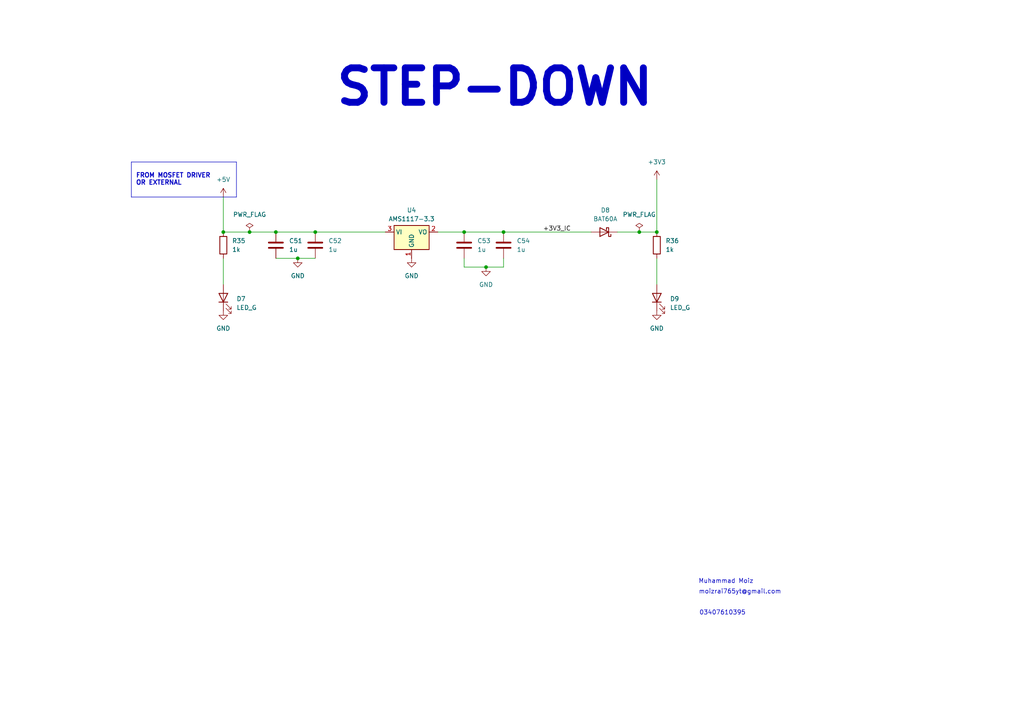
<source format=kicad_sch>
(kicad_sch (version 20231120) (generator "eeschema") (generator_version "8.0")
  (paper "A4")
  (title_block (title "STEP-DOWN") (date "2025-02-03") (rev "rev01_1") (company "coVenture"))
  (lib_symbols
    (symbol "Device:C" (pin_numbers hide) (pin_names (offset 0.254))
      (property "Reference" "C" (at 0.635 2.54 0))
      (property "Value" "C" (at 0.635 -2.54 0))
      (symbol "C_0_1"
        (polyline (pts (xy -2.032 -0.762) (xy 2.032 -0.762)) (stroke (width 0.508)))
        (polyline (pts (xy -2.032 0.762) (xy 2.032 0.762)) (stroke (width 0.508)))
      )
      (symbol "C_1_1"
        (pin passive line (at 0 3.81 270) (length 2.794) (name "~") (number "1"))
        (pin passive line (at 0 -3.81 90) (length 2.794) (name "~") (number "2"))
      )
    )
    (symbol "Device:LED" (pin_numbers hide) (pin_names (offset 1.016) hide)
      (property "Reference" "D" (at 0 2.54 0))
      (property "Value" "LED" (at 0 -2.54 0))
      (symbol "LED_0_1"
        (polyline (pts (xy -1.27 -1.27) (xy -1.27 1.27)) (stroke (width 0.254)))
        (polyline (pts (xy -1.27 0) (xy 1.27 0)))
        (polyline (pts (xy 1.27 -1.27) (xy 1.27 1.27) (xy -1.27 0) (xy 1.27 -1.27)) (stroke (width 0.254)))
        (polyline (pts (xy -3.048 -0.762) (xy -4.572 -2.286) (xy -3.81 -2.286) (xy -4.572 -2.286) (xy -4.572 -1.524)))
        (polyline (pts (xy -1.778 -0.762) (xy -3.302 -2.286) (xy -2.54 -2.286) (xy -3.302 -2.286) (xy -3.302 -1.524)))
      )
      (symbol "LED_1_1"
        (pin passive line (at -3.81 0 0) (length 2.54) (name "K") (number "1"))
        (pin passive line (at 3.81 0 180) (length 2.54) (name "A") (number "2"))
      )
    )
    (symbol "Device:R" (pin_numbers hide) (pin_names (offset 0))
      (property "Reference" "R" (at 2.032 0 90))
      (property "Value" "R" (at 0 0 90))
      (symbol "R_0_1"
        (rectangle (start -1.016 -2.54) (end 1.016 2.54) (stroke (width 0.254)))
      )
      (symbol "R_1_1"
        (pin passive line (at 0 3.81 270) (length 1.27) (name "~") (number "1"))
        (pin passive line (at 0 -3.81 90) (length 1.27) (name "~") (number "2"))
      )
    )
    (symbol "Diode:BAT60A" (pin_numbers hide) (pin_names (offset 1.016) hide)
      (property "Reference" "D" (at 0 2.54 0))
      (property "Value" "BAT60A" (at 0 -2.54 0))
      (symbol "BAT60A_0_1"
        (polyline (pts (xy 1.27 0) (xy -1.27 0)))
        (polyline (pts (xy 1.27 1.27) (xy 1.27 -1.27) (xy -1.27 0) (xy 1.27 1.27)) (stroke (width 0.254)))
        (polyline (pts (xy -1.905 0.635) (xy -1.905 1.27) (xy -1.27 1.27) (xy -1.27 -1.27) (xy -0.635 -1.27) (xy -0.635 -0.635)) (stroke (width 0.254)))
      )
      (symbol "BAT60A_1_1"
        (pin passive line (at -3.81 0 0) (length 2.54) (name "K") (number "1"))
        (pin passive line (at 3.81 0 180) (length 2.54) (name "A") (number "2"))
      )
    )
    (symbol "Regulator_Linear:AMS1117-3.3"
      (property "Reference" "U" (at -3.81 3.175 0))
      (property "Value" "AMS1117-3.3" (at 0 3.175 0))
      (symbol "AMS1117-3.3_0_1"
        (rectangle (start -5.08 -5.08) (end 5.08 1.905) (stroke (width 0.254)) (fill (type background)))
      )
      (symbol "AMS1117-3.3_1_1"
        (pin power_in line (at 0 -7.62 90) (length 2.54) (name "GND") (number "1"))
        (pin power_out line (at 7.62 0 180) (length 2.54) (name "VO") (number "2"))
        (pin power_in line (at -7.62 0 0) (length 2.54) (name "VI") (number "3"))
      )
    )
    (symbol "power:+3V3" (power) (pin_numbers hide) (pin_names (offset 0) hide)
      (property "Value" "+3V3" (at 0 3.556 0))
      (symbol "+3V3_0_1"
        (polyline (pts (xy -0.762 1.27) (xy 0 2.54)))
        (polyline (pts (xy 0 0) (xy 0 2.54)))
        (polyline (pts (xy 0 2.54) (xy 0.762 1.27)))
      )
      (symbol "+3V3_1_1"
        (pin power_in line (at 0 0 90) (length 0) (name "~") (number "1"))
      )
    )
    (symbol "power:+5V" (power) (pin_numbers hide) (pin_names (offset 0) hide)
      (property "Value" "+5V" (at 0 3.556 0))
      (symbol "+5V_0_1"
        (polyline (pts (xy -0.762 1.27) (xy 0 2.54)))
        (polyline (pts (xy 0 0) (xy 0 2.54)))
        (polyline (pts (xy 0 2.54) (xy 0.762 1.27)))
      )
      (symbol "+5V_1_1"
        (pin power_in line (at 0 0 90) (length 0) (name "~") (number "1"))
      )
    )
    (symbol "power:GND" (power) (pin_numbers hide) (pin_names (offset 0) hide)
      (property "Value" "GND" (at 0 -3.81 0))
      (symbol "GND_0_1"
        (polyline (pts (xy 0 0) (xy 0 -1.27) (xy 1.27 -1.27) (xy 0 -2.54) (xy -1.27 -1.27) (xy 0 -1.27)))
      )
      (symbol "GND_1_1"
        (pin power_in line (at 0 0 270) (length 0) (name "~") (number "1"))
      )
    )
    (symbol "power:PWR_FLAG" (power) (pin_numbers hide) (pin_names (offset 0) hide)
      (property "Value" "PWR_FLAG" (at 0 3.81 0))
      (symbol "PWR_FLAG_0_0"
        (pin power_out line (at 0 0 90) (length 0) (name "~") (number "1"))
      )
      (symbol "PWR_FLAG_0_1"
        (polyline (pts (xy 0 0) (xy 0 1.27) (xy -1.016 1.905) (xy 0 2.54) (xy 1.016 1.905) (xy 0 1.27)))
      )
    )
  )
  (junction (at 140.97 77.47))
  (junction (at 72.39 67.31))
  (junction (at 80.01 67.31))
  (junction (at 185.42 67.31))
  (junction (at 190.5 67.31))
  (junction (at 146.05 67.31))
  (junction (at 134.62 67.31))
  (junction (at 86.36 74.93))
  (junction (at 64.77 67.31))
  (junction (at 91.44 67.31))
  (wire (pts (xy 146.05 77.47) (xy 146.05 74.93)))
  (wire (pts (xy 146.05 67.31) (xy 171.45 67.31)))
  (wire (pts (xy 64.77 57.15) (xy 64.77 67.31)))
  (wire (pts (xy 86.36 74.93) (xy 91.44 74.93)))
  (wire (pts (xy 134.62 77.47) (xy 134.62 74.93)))
  (polyline (pts (xy 38.1 46.99) (xy 38.1 57.15)))
  (polyline (pts (xy 68.58 57.15) (xy 68.58 46.99)))
  (wire (pts (xy 134.62 77.47) (xy 140.97 77.47)))
  (wire (pts (xy 127 67.31) (xy 134.62 67.31)))
  (wire (pts (xy 134.62 67.31) (xy 146.05 67.31)))
  (wire (pts (xy 179.07 67.31) (xy 185.42 67.31)))
  (wire (pts (xy 72.39 67.31) (xy 80.01 67.31)))
  (wire (pts (xy 140.97 77.47) (xy 146.05 77.47)))
  (wire (pts (xy 64.77 67.31) (xy 72.39 67.31)))
  (wire (pts (xy 80.01 74.93) (xy 86.36 74.93)))
  (wire (pts (xy 91.44 67.31) (xy 111.76 67.31)))
  (wire (pts (xy 190.5 74.93) (xy 190.5 82.55)))
  (wire (pts (xy 190.5 52.07) (xy 190.5 67.31)))
  (wire (pts (xy 80.01 67.31) (xy 91.44 67.31)))
  (polyline (pts (xy 38.1 46.99) (xy 68.58 46.99)))
  (polyline (pts (xy 38.1 57.15) (xy 68.58 57.15)))
  (wire (pts (xy 64.77 74.93) (xy 64.77 82.55)))
  (wire (pts (xy 185.42 67.31) (xy 190.5 67.31)))
  (text "FROM MOSFET DRIVER\nOR EXTERNAL" (at 39.37 52.07 0) (effects (font (size 1.3 1.3) (thickness 0.26) (bold yes)) (justify left)))
  (text "moizrai765yt@gmail.com\n" (at 214.63 171.704 0) (effects (font (size 1.27 1.27))))
  (text "03407610395\n" (at 209.55 177.8 0) (effects (font (size 1.27 1.27))))
  (text "STEP-DOWN" (at 143.51 25.4 0) (effects (font (size 10 10) (thickness 2) (bold yes))))
  (text "Muhammad Moiz\n" (at 210.566 168.656 0) (effects (font (size 1.27 1.27))))
  (label "+3V3_IC" (at 157.48 67.31 0))
  (symbol (lib_id "Device:C") (at 146.05 71.12 0) (unit 1)
    (property "Reference" "C54" (at 149.86 69.8499 0) (effects (justify left)))
    (property "Value" "1u" (at 149.86 72.3899 0) (effects (justify left)))
    (property "Footprint" "Capacitor_SMD:C_0603_1608Metric" (effects (hide yes)))
    (property "Description" "Unpolarized capacitor" (effects (hide yes)))
  )
  (symbol (lib_id "Device:R") (at 64.77 71.12 0) (unit 1)
    (property "Reference" "R35" (at 67.31 69.8499 0) (effects (justify left)))
    (property "Value" "1k" (at 67.31 72.3899 0) (effects (justify left)))
    (property "Footprint" "Resistor_SMD:R_0201_0603Metric" (effects (hide yes)))
    (property "Description" "Resistor" (effects (hide yes)))
  )
  (symbol (lib_id "power:GND") (at 140.97 77.47 0) (unit 1)
    (property "Reference" "#PWR073" (effects (hide yes)))
    (property "Value" "GND" (at 140.97 82.55 0))
    (property "Description" "Power symbol creates a global label with name \"GND\" , ground" (effects (hide yes)))
  )
  (symbol (lib_id "Device:C") (at 134.62 71.12 0) (unit 1)
    (property "Reference" "C53" (at 138.43 69.8499 0) (effects (justify left)))
    (property "Value" "1u" (at 138.43 72.3899 0) (effects (justify left)))
    (property "Footprint" "Capacitor_SMD:C_0603_1608Metric" (effects (hide yes)))
    (property "Description" "Unpolarized capacitor" (effects (hide yes)))
  )
  (symbol (lib_id "Device:LED") (at 190.5 86.36 90) (unit 1)
    (property "Reference" "D9" (at 194.31 86.6774 90) (effects (justify right)))
    (property "Value" "LED_G" (at 194.31 89.2174 90) (effects (justify right)))
    (property "Footprint" "LED_SMD:LED_1W_3W_R8" (effects (hide yes)))
    (property "Description" "Light emitting diode" (effects (hide yes)))
  )
  (symbol (lib_id "power:PWR_FLAG") (at 185.42 67.31 0) (unit 1)
    (property "Reference" "#FLG03" (effects (hide yes)))
    (property "Value" "PWR_FLAG" (at 185.42 62.23 0))
    (property "Description" "Special symbol for telling ERC where power comes from" (effects (hide yes)))
  )
  (symbol (lib_id "power:+3V3") (at 190.5 52.07 0) (unit 1)
    (property "Reference" "#PWR072" (effects (hide yes)))
    (property "Value" "+3V3" (at 190.5 46.99 0))
    (property "Description" "Power symbol creates a global label with name \"+3V3\"" (effects (hide yes)))
  )
  (symbol (lib_id "Device:C") (at 80.01 71.12 0) (unit 1)
    (property "Reference" "C51" (at 83.82 69.8499 0) (effects (justify left)))
    (property "Value" "1u" (at 83.82 72.3899 0) (effects (justify left)))
    (property "Footprint" "Capacitor_SMD:C_0603_1608Metric" (effects (hide yes)))
    (property "Description" "Unpolarized capacitor" (effects (hide yes)))
  )
  (symbol (lib_id "Device:C") (at 91.44 71.12 0) (unit 1)
    (property "Reference" "C52" (at 95.25 69.8499 0) (effects (justify left)))
    (property "Value" "1u" (at 95.25 72.3899 0) (effects (justify left)))
    (property "Footprint" "Capacitor_SMD:C_0603_1608Metric" (effects (hide yes)))
    (property "Description" "Unpolarized capacitor" (effects (hide yes)))
  )
  (symbol (lib_id "power:+5V") (at 64.77 57.15 0) (unit 1)
    (property "Reference" "#PWR074" (effects (hide yes)))
    (property "Value" "+5V" (at 64.77 52.07 0))
    (property "Description" "Power symbol creates a global label with name \"+5V\"" (effects (hide yes)))
  )
  (symbol (lib_id "power:GND") (at 86.36 74.93 0) (unit 1)
    (property "Reference" "#PWR077" (effects (hide yes)))
    (property "Value" "GND" (at 86.36 80.01 0))
    (property "Description" "Power symbol creates a global label with name \"GND\" , ground" (effects (hide yes)))
  )
  (symbol (lib_id "power:GND") (at 190.5 90.17 0) (unit 1)
    (property "Reference" "#PWR075" (effects (hide yes)))
    (property "Value" "GND" (at 190.5 95.25 0))
    (property "Description" "Power symbol creates a global label with name \"GND\" , ground" (effects (hide yes)))
  )
  (symbol (lib_id "power:GND") (at 64.77 90.17 0) (unit 1)
    (property "Reference" "#PWR076" (effects (hide yes)))
    (property "Value" "GND" (at 64.77 95.25 0))
    (property "Description" "Power symbol creates a global label with name \"GND\" , ground" (effects (hide yes)))
  )
  (symbol (lib_id "Diode:BAT60A") (at 175.26 67.31 180) (unit 1)
    (property "Reference" "D8" (at 175.5775 60.96 0))
    (property "Value" "BAT60A" (at 175.5775 63.5 0))
    (property "Footprint" "Diode_SMD:D_SOD-323" (effects (hide yes)))
    (property "Datasheet" "https://www.infineon.com/dgdl/Infineon-BAT60ASERIES-DS-v01_01-en.pdf?fileId=db3a304313d846880113def70c9304a9" (effects (hide yes)))
    (property "Description" "10V 3A High Current Recitifier Schottky Diode, SOD-323" (effects (hide yes)))
  )
  (symbol (lib_id "power:PWR_FLAG") (at 72.39 67.31 0) (unit 1)
    (property "Reference" "#FLG04" (effects (hide yes)))
    (property "Value" "PWR_FLAG" (at 72.39 62.23 0))
    (property "Description" "Special symbol for telling ERC where power comes from" (effects (hide yes)))
  )
  (symbol (lib_id "power:GND") (at 119.38 74.93 0) (unit 1)
    (property "Reference" "#PWR078" (effects (hide yes)))
    (property "Value" "GND" (at 119.38 80.01 0))
    (property "Description" "Power symbol creates a global label with name \"GND\" , ground" (effects (hide yes)))
  )
  (symbol (lib_id "Device:LED") (at 64.77 86.36 90) (unit 1)
    (property "Reference" "D7" (at 68.58 86.6774 90) (effects (justify right)))
    (property "Value" "LED_G" (at 68.58 89.2174 90) (effects (justify right)))
    (property "Footprint" "LED_SMD:LED_1W_3W_R8" (effects (hide yes)))
    (property "Description" "Light emitting diode" (effects (hide yes)))
  )
  (symbol (lib_id "Device:R") (at 190.5 71.12 0) (unit 1)
    (property "Reference" "R36" (at 193.04 69.8499 0) (effects (justify left)))
    (property "Value" "1k" (at 193.04 72.3899 0) (effects (justify left)))
    (property "Footprint" "Resistor_SMD:R_0201_0603Metric" (effects (hide yes)))
    (property "Description" "Resistor" (effects (hide yes)))
  )
  (symbol (lib_id "Regulator_Linear:AMS1117-3.3") (at 119.38 67.31 0) (unit 1)
    (property "Reference" "U4" (at 119.38 60.96 0))
    (property "Value" "AMS1117-3.3" (at 119.38 63.5 0))
    (property "Footprint" "Package_TO_SOT_SMD:SOT-223-3_TabPin2" (effects (hide yes)))
    (property "Datasheet" "http://www.advanced-monolithic.com/pdf/ds1117.pdf" (effects (hide yes)))
    (property "Description" "1A Low Dropout regulator, positive, 3.3V fixed output, SOT-223" (effects (hide yes)))
  )
)
</source>
